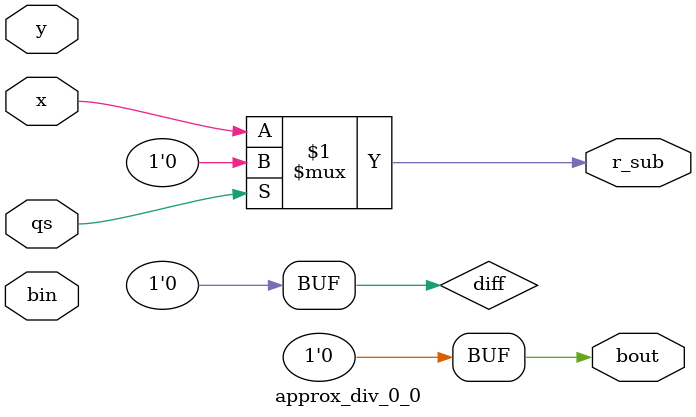
<source format=v>
module divider_array_row_4_approx_div_0_0(n,d,q,r);
input [15:0]n;
input [7:0]d;
output [7:0]q,r;
 
wire [15:0]n1;
wire [7:0]d1;
wire [7:0]q1,r1;
wire [7:0]q,r;
wire [7:0]bout_local[0:7];
wire [7:0]r_local[0:7];
 
assign n1 = n;
assign d1 = d;
assign q = q1;
assign r = r1;
approx_div_0_0 sb0(n1[0],d1[0],1'b0,q1[0],r_local[0][0],bout_local[0][0]);
approx_div_0_0 sb1(n1[1],d1[0],1'b0,q1[1],r_local[1][0],bout_local[1][0]);
approx_div_0_0 sb2(n1[2],d1[0],1'b0,q1[2],r_local[2][0],bout_local[2][0]);
approx_div_0_0 sb3(n1[3],d1[0],1'b0,q1[3],r_local[3][0],bout_local[3][0]);
subtractor sb4(n1[4],d1[0],1'b0,q1[4],r_local[4][0],bout_local[4][0]);
subtractor sb5(n1[5],d1[0],1'b0,q1[5],r_local[5][0],bout_local[5][0]);
subtractor sb6(n1[6],d1[0],1'b0,q1[6],r_local[6][0],bout_local[6][0]);
subtractor sb7(n1[7],d1[0],1'b0,q1[7],r_local[7][0],bout_local[7][0]);
subtractor sb8(n1[8],d1[1],bout_local[7][0],q1[7],r_local[7][1],bout_local[7][1]);
subtractor sb9(n1[9],d1[2],bout_local[7][1],q1[7],r_local[7][2],bout_local[7][2]);
subtractor sb10(n1[10],d1[3],bout_local[7][2],q1[7],r_local[7][3],bout_local[7][3]);
subtractor sb11(n1[11],d1[4],bout_local[7][3],q1[7],r_local[7][4],bout_local[7][4]);
subtractor sb12(n1[12],d1[5],bout_local[7][4],q1[7],r_local[7][5],bout_local[7][5]);
subtractor sb13(n1[13],d1[6],bout_local[7][5],q1[7],r_local[7][6],bout_local[7][6]);
subtractor sb14(n1[14],d1[7],bout_local[7][6],q1[7],r_local[7][7],bout_local[7][7]);
approx_div_0_0 sb15(r_local[1][0],d1[1],bout_local[0][0],q1[0],r_local[0][1],bout_local[0][1]);
approx_div_0_0 sb16(r_local[1][1],d1[2],bout_local[0][1],q1[0],r_local[0][2],bout_local[0][2]);
approx_div_0_0 sb17(r_local[1][2],d1[3],bout_local[0][2],q1[0],r_local[0][3],bout_local[0][3]);
approx_div_0_0 sb18(r_local[1][3],d1[4],bout_local[0][3],q1[0],r_local[0][4],bout_local[0][4]);
approx_div_0_0 sb19(r_local[1][4],d1[5],bout_local[0][4],q1[0],r_local[0][5],bout_local[0][5]);
approx_div_0_0 sb20(r_local[1][5],d1[6],bout_local[0][5],q1[0],r_local[0][6],bout_local[0][6]);
approx_div_0_0 sb21(r_local[1][6],d1[7],bout_local[0][6],q1[0],r_local[0][7],bout_local[0][7]);
approx_div_0_0 sb22(r_local[2][0],d1[1],bout_local[1][0],q1[1],r_local[1][1],bout_local[1][1]);
approx_div_0_0 sb23(r_local[2][1],d1[2],bout_local[1][1],q1[1],r_local[1][2],bout_local[1][2]);
approx_div_0_0 sb24(r_local[2][2],d1[3],bout_local[1][2],q1[1],r_local[1][3],bout_local[1][3]);
approx_div_0_0 sb25(r_local[2][3],d1[4],bout_local[1][3],q1[1],r_local[1][4],bout_local[1][4]);
approx_div_0_0 sb26(r_local[2][4],d1[5],bout_local[1][4],q1[1],r_local[1][5],bout_local[1][5]);
approx_div_0_0 sb27(r_local[2][5],d1[6],bout_local[1][5],q1[1],r_local[1][6],bout_local[1][6]);
approx_div_0_0 sb28(r_local[2][6],d1[7],bout_local[1][6],q1[1],r_local[1][7],bout_local[1][7]);
approx_div_0_0 sb29(r_local[3][0],d1[1],bout_local[2][0],q1[2],r_local[2][1],bout_local[2][1]);
approx_div_0_0 sb30(r_local[3][1],d1[2],bout_local[2][1],q1[2],r_local[2][2],bout_local[2][2]);
approx_div_0_0 sb31(r_local[3][2],d1[3],bout_local[2][2],q1[2],r_local[2][3],bout_local[2][3]);
approx_div_0_0 sb32(r_local[3][3],d1[4],bout_local[2][3],q1[2],r_local[2][4],bout_local[2][4]);
approx_div_0_0 sb33(r_local[3][4],d1[5],bout_local[2][4],q1[2],r_local[2][5],bout_local[2][5]);
approx_div_0_0 sb34(r_local[3][5],d1[6],bout_local[2][5],q1[2],r_local[2][6],bout_local[2][6]);
approx_div_0_0 sb35(r_local[3][6],d1[7],bout_local[2][6],q1[2],r_local[2][7],bout_local[2][7]);
approx_div_0_0 sb36(r_local[4][0],d1[1],bout_local[3][0],q1[3],r_local[3][1],bout_local[3][1]);
approx_div_0_0 sb37(r_local[4][1],d1[2],bout_local[3][1],q1[3],r_local[3][2],bout_local[3][2]);
approx_div_0_0 sb38(r_local[4][2],d1[3],bout_local[3][2],q1[3],r_local[3][3],bout_local[3][3]);
approx_div_0_0 sb39(r_local[4][3],d1[4],bout_local[3][3],q1[3],r_local[3][4],bout_local[3][4]);
approx_div_0_0 sb40(r_local[4][4],d1[5],bout_local[3][4],q1[3],r_local[3][5],bout_local[3][5]);
approx_div_0_0 sb41(r_local[4][5],d1[6],bout_local[3][5],q1[3],r_local[3][6],bout_local[3][6]);
approx_div_0_0 sb42(r_local[4][6],d1[7],bout_local[3][6],q1[3],r_local[3][7],bout_local[3][7]);
subtractor sb43(r_local[5][0],d1[1],bout_local[4][0],q1[4],r_local[4][1],bout_local[4][1]);
subtractor sb44(r_local[5][1],d1[2],bout_local[4][1],q1[4],r_local[4][2],bout_local[4][2]);
subtractor sb45(r_local[5][2],d1[3],bout_local[4][2],q1[4],r_local[4][3],bout_local[4][3]);
subtractor sb46(r_local[5][3],d1[4],bout_local[4][3],q1[4],r_local[4][4],bout_local[4][4]);
subtractor sb47(r_local[5][4],d1[5],bout_local[4][4],q1[4],r_local[4][5],bout_local[4][5]);
subtractor sb48(r_local[5][5],d1[6],bout_local[4][5],q1[4],r_local[4][6],bout_local[4][6]);
subtractor sb49(r_local[5][6],d1[7],bout_local[4][6],q1[4],r_local[4][7],bout_local[4][7]);
subtractor sb50(r_local[6][0],d1[1],bout_local[5][0],q1[5],r_local[5][1],bout_local[5][1]);
subtractor sb51(r_local[6][1],d1[2],bout_local[5][1],q1[5],r_local[5][2],bout_local[5][2]);
subtractor sb52(r_local[6][2],d1[3],bout_local[5][2],q1[5],r_local[5][3],bout_local[5][3]);
subtractor sb53(r_local[6][3],d1[4],bout_local[5][3],q1[5],r_local[5][4],bout_local[5][4]);
subtractor sb54(r_local[6][4],d1[5],bout_local[5][4],q1[5],r_local[5][5],bout_local[5][5]);
subtractor sb55(r_local[6][5],d1[6],bout_local[5][5],q1[5],r_local[5][6],bout_local[5][6]);
subtractor sb56(r_local[6][6],d1[7],bout_local[5][6],q1[5],r_local[5][7],bout_local[5][7]);
subtractor sb57(r_local[7][0],d1[1],bout_local[6][0],q1[6],r_local[6][1],bout_local[6][1]);
subtractor sb58(r_local[7][1],d1[2],bout_local[6][1],q1[6],r_local[6][2],bout_local[6][2]);
subtractor sb59(r_local[7][2],d1[3],bout_local[6][2],q1[6],r_local[6][3],bout_local[6][3]);
subtractor sb60(r_local[7][3],d1[4],bout_local[6][3],q1[6],r_local[6][4],bout_local[6][4]);
subtractor sb61(r_local[7][4],d1[5],bout_local[6][4],q1[6],r_local[6][5],bout_local[6][5]);
subtractor sb62(r_local[7][5],d1[6],bout_local[6][5],q1[6],r_local[6][6],bout_local[6][6]);
subtractor sb63(r_local[7][6],d1[7],bout_local[6][6],q1[6],r_local[6][7],bout_local[6][7]);
assign q1[0] = (r_local[1][7])|(~bout_local[0][7]); 
assign q1[1] = (r_local[2][7])|(~bout_local[1][7]); 
assign q1[2] = (r_local[3][7])|(~bout_local[2][7]); 
assign q1[3] = (r_local[4][7])|(~bout_local[3][7]); 
assign q1[4] = (r_local[5][7])|(~bout_local[4][7]); 
assign q1[5] = (r_local[6][7])|(~bout_local[5][7]); 
assign q1[6] = (r_local[7][7])|(~bout_local[6][7]); 
assign q1[7] = (n1[15])|(~bout_local[7][7]); 
assign r1[0] = r_local[0][0]; 
assign r1[1] = r_local[0][1]; 
assign r1[2] = r_local[0][2]; 
assign r1[3] = r_local[0][3]; 
assign r1[4] = r_local[0][4]; 
assign r1[5] = r_local[0][5]; 
assign r1[6] = r_local[0][6]; 
assign r1[7] = r_local[0][7]; 
endmodule 
module subtractor(x_exact,y_exact,bin_exact,qs_exact,r_sub_exact,bout_exact); 
 
input x_exact,y_exact,bin_exact,qs_exact; 
output r_sub_exact,bout_exact; 
wire diff_exact; 
assign diff_exact = x_exact^y_exact^bin_exact; 
assign bout_exact = (~x_exact & y_exact)|((~(x_exact^y_exact)) & bin_exact); 
assign r_sub_exact = qs_exact?diff_exact:x_exact; 
endmodule
module approx_div_0_0(x, y, bin, qs, r_sub, bout);
input x, y, bin, qs;
output r_sub, bout;
wire diff; 
assign bout = 0 ;
assign diff = 0 ;
assign r_sub = qs?diff:x ;
endmodule

</source>
